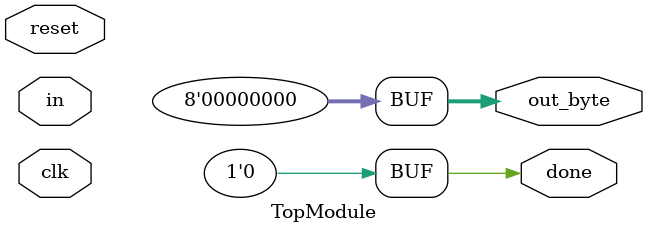
<source format=v>
module TopModule (
  input clk,
  input in,
  input reset,
  output [7:0] out_byte,
  output done
);

  // Module body - leave empty or add minimal initialization
  assign done = 0; // Default value, replace with actual logic
  assign out_byte = 0; // Default value, replace with actual logic

endmodule
</source>
